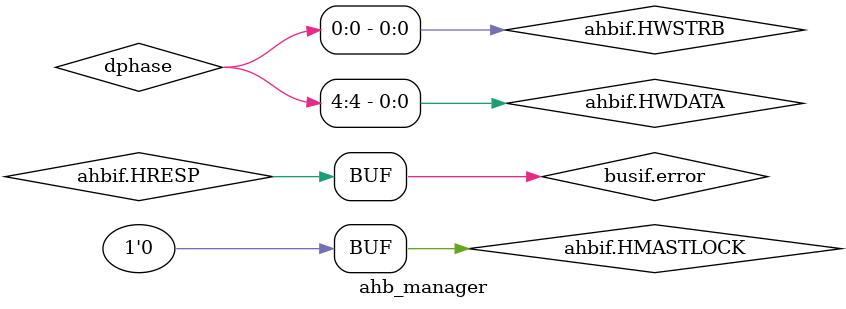
<source format=sv>
/*
*   Copyright 2016 Purdue University
*
*   Licensed under the Apache License, Version 2.0 (the "License");
*   you may not use this file except in compliance with the License.
*   You may obtain a copy of the License at
*
*       http://www.apache.org/licenses/LICENSE-2.0
*
*   Unless required by applicable law or agreed to in writing, software
*   distributed under the License is distributed on an "AS IS" BASIS,
*   WITHOUT WARRANTIES OR CONDITIONS OF ANY KIND, either express or implied.
*   See the License for the specific language governing permissions and
*   limitations under the License.
*
*
*   Filename:    ahbifaster.sv
*
*   Created by:   Chuan Yean Tan
*   Email:        tan56@purdue.edu
*   Date Created: 08/31/2016
*   Description: Processes read & write request into AHB-Lite protocol
*   TODO: Add burst support
*/


module ahb_manager (
    bus_protocol_if.peripheral_vital busif,
    ahb_if.manager ahbif
);

    typedef enum logic [1:0] {
        IDLE,
        DATA,
        ERROR
    } state_t;

    typedef struct packed {
        logic [31:0] wdata;
        logic [3:0] strobe;
    } dphase_t;

    state_t state, state_n;
    dphase_t dphase, dphase_n;

    always_ff @(posedge ahbif.HCLK, negedge ahbif.HRESETn) begin
        if (!ahbif.HRESETn) begin
            state <= IDLE;
            dphase <= '0;
        end else begin
            state <= state_n;
            dphase <= dphase_n;
        end
    end

    always_comb begin
        casez(state)
            IDLE: begin
                if(busif.ren || busif.wen) begin
                    state_n = DATA;
                end else begin
                    state_n = IDLE;
                end
            end

            DATA: begin
                if(ahbif.HREADY && !(busif.ren || busif.wen)) begin
                    state_n = IDLE;
                end else if(ahbif.HRESP) begin
                    state_n = ERROR;
                end else begin
                    state_n = DATA;
                end
            end

            // Second cycle of error -- first in DATA phase
            ERROR: begin
                state_n = IDLE;
            end
        endcase
    end

    /* TODO: HSIZE handling
    * Currently, ignoring HSIZE (always 32b) and using write strobe to do non-word-aligned
    * writes
    always_comb begin
        if (busif.strobe == 4'b1111) begin
            ahbif.HSIZE = 3'b010;  // word
        end else if (busif.strobe == 4'b1100 || busif.strobe == 4'b0011) begin
            ahbif.HSIZE = 3'b001;  // half word
        end else begin
            ahbif.HSIZE = 3'b000;  // byte
        end
    end
    */

    assign ahbif.HSIZE = ahb_pkg::WORD;

    always_comb begin
        dphase_n = dphase;

        if(state != ERROR && (busif.ren || busif.wen)) begin
            ahbif.HSEL = 1;
            ahbif.HTRANS = ahb_pkg::NONSEQ;
            ahbif.HWRITE = busif.wen;
            ahbif.HADDR = busif.addr;
            ahbif.HBURST = ahb_pkg::SINGLE;
            ahbif.HMASTLOCK = 0;
            if(ahbif.HREADY) begin
                dphase_n.wdata = busif.wdata;
                dphase_n.strobe = busif.strobe;
            end
        end else begin
            ahbif.HSEL = 0;
            ahbif.HTRANS = ahb_pkg::IDLE;
            ahbif.HWRITE = 0;
            ahbif.HADDR = 0;
            ahbif.HBURST = ahb_pkg::SINGLE;
            ahbif.HMASTLOCK = 0;
            if(ahbif.HREADY) begin
                dphase_n.wdata = 0;
                dphase_n.strobe = 0;
            end
        end
    end

    /*
    always_comb begin
        if (busif.ren) begin
            ahbif.HTRANS = ahb_pkg::NONSEQ;
            ahbif.HWRITE = 1'b0;
            ahbif.HADDR = busif.addr;
            ahbif.HWDATA = busif.wdata;
            ahbif.HWSTRB = busif.strobe;
            ahbif.HBURST = 0;
            ahbif.HMASTLOCK = 0;
        end else if (busif.wen) begin
            ahbif.HTRANS = ahb_pkg::NONSEQ;
            ahbif.HWRITE = 1'b1;
            ahbif.HADDR = busif.addr;
            ahbif.HWDATA = busif.wdata;
            ahbif.HWSTRB = busif.strobe;
            ahbif.HBURST = 0;
            ahbif.HMASTLOCK = 0;
        end else begin
            ahbif.HTRANS = ahb_pkg::IDLE;
            ahbif.HWRITE = 1'b0;
            ahbif.HADDR = 0;
            ahbif.HWDATA = busif.wdata;
            ahbif.HWSTRB = busif.strobe;
            ahbif.HBURST = 0;
            ahbif.HMASTLOCK = 0;
        end

        if (state == DATA) begin
            ahbif.HWDATA = busif.wdata;
            ahbif.HWSTRB = busif.strobe;
        end
    end
    */


    assign busif.request_stall = state != DATA || !ahbif.HREADY;
    assign busif.rdata = ahbif.HRDATA;
    assign busif.error = ahbif.HRESP; // signals error on first error cycle
    assign ahbif.HWSTRB = dphase.strobe;
    assign ahbif.HWDATA = dphase.wdata;

endmodule

</source>
